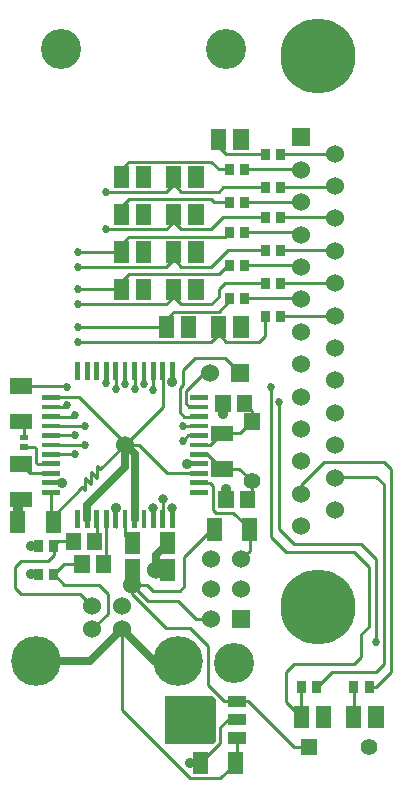
<source format=gbr>
G04 start of page 2 for group 0 idx 0 *
G04 Title: (unknown), top *
G04 Creator: pcb 1.99z *
G04 CreationDate: Wed 16 Oct 2013 05:43:19 AM GMT UTC *
G04 For: commonadmin *
G04 Format: Gerber/RS-274X *
G04 PCB-Dimensions: 200000 300000 *
G04 PCB-Coordinate-Origin: lower left *
%MOIN*%
%FSLAX25Y25*%
%LNTOP*%
%ADD38C,0.0280*%
%ADD37C,0.0905*%
%ADD36C,0.0380*%
%ADD35C,0.1250*%
%ADD34C,0.0300*%
%ADD33C,0.0160*%
%ADD32C,0.0350*%
%ADD31C,0.0200*%
%ADD30C,0.1181*%
%ADD29C,0.0130*%
%ADD28C,0.0320*%
%ADD27C,0.0360*%
%ADD26C,0.1339*%
%ADD25C,0.0270*%
%ADD24R,0.0197X0.0197*%
%ADD23R,0.0157X0.0157*%
%ADD22R,0.0610X0.0610*%
%ADD21R,0.0370X0.0370*%
%ADD20R,0.0512X0.0512*%
%ADD19R,0.0510X0.0510*%
%ADD18R,0.0295X0.0295*%
%ADD17C,0.1660*%
%ADD16C,0.2500*%
%ADD15C,0.0600*%
%ADD14C,0.0550*%
%ADD13C,0.0250*%
%ADD12C,0.0100*%
%ADD11C,0.0001*%
G54D11*G36*
X70500Y52000D02*X70426D01*
X70471Y52053D01*
X70500Y52000D01*
G37*
G36*
X70579Y51000D02*X66300D01*
Y51557D01*
X69585Y51564D01*
X69815Y51619D01*
X70033Y51709D01*
X70234Y51833D01*
X70414Y51986D01*
X70567Y52166D01*
X70691Y52367D01*
X70781Y52585D01*
X70836Y52815D01*
X70850Y53050D01*
X70836Y65385D01*
X70781Y65615D01*
X70691Y65833D01*
X70567Y66034D01*
X70414Y66214D01*
X70234Y66367D01*
X70033Y66491D01*
X69815Y66581D01*
X69585Y66636D01*
X69350Y66650D01*
X66300Y66643D01*
Y67000D01*
X70379D01*
X71500Y65879D01*
Y56559D01*
X71495Y56500D01*
X71500Y56441D01*
Y51921D01*
X70579Y51000D01*
G37*
G36*
X66300D02*X54500D01*
Y67000D01*
X66300D01*
Y66643D01*
X63015Y66636D01*
X62785Y66581D01*
X62567Y66491D01*
X62366Y66367D01*
X62186Y66214D01*
X62033Y66034D01*
X61909Y65833D01*
X61819Y65615D01*
X61764Y65385D01*
X61750Y65150D01*
X61764Y52815D01*
X61819Y52585D01*
X61909Y52367D01*
X62033Y52166D01*
X62186Y51986D01*
X62366Y51833D01*
X62567Y51709D01*
X62785Y51619D01*
X63015Y51564D01*
X63250Y51550D01*
X66300Y51557D01*
Y51000D01*
G37*
G54D12*X117500Y77500D02*X97500D01*
X120000Y80000D02*X117500Y77500D01*
X120000Y87500D02*Y80000D01*
X122500Y90000D02*X120000Y87500D01*
X117500Y60000D02*Y62500D01*
Y60000D02*Y70000D01*
X122500Y110000D02*Y90000D01*
X117500Y115000D02*X122500Y110000D01*
X95000Y115000D02*X117500D01*
X120000Y117500D02*X97500D01*
X125000Y112500D02*X120000Y117500D01*
X125000Y85000D02*Y112500D01*
X130000Y75000D02*Y142500D01*
X127500Y77500D02*Y137500D01*
Y77500D02*X125000Y75000D01*
X110118D01*
X125000Y70000D02*X130000Y75000D01*
X122618Y70000D02*X125000D01*
X95000Y65000D02*Y75000D01*
X100000Y60000D02*X95000Y65000D01*
X97500Y50000D02*X82300Y65200D01*
X102500Y50000D02*X97500D01*
X100000Y70000D02*Y60000D01*
X74300Y65200D02*X78500D01*
X77700D02*X82300D01*
X75600Y59100D02*X78500D01*
X75600D02*X73000Y56500D01*
Y51300D01*
X78500Y53000D02*Y44990D01*
G54D13*X70000Y65500D02*Y52500D01*
G54D12*X73000Y51300D02*X66300Y44600D01*
X40000Y215000D02*X25500D01*
X40000Y202500D02*X25500D01*
X40000Y215000D02*Y217500D01*
Y202500D02*Y205000D01*
Y227500D02*Y230000D01*
X55000Y222500D02*X35000D01*
X57500Y225000D02*X55000Y222500D01*
X57500Y227500D02*Y225000D01*
X60000Y222500D01*
X57500Y212500D02*X60000Y210000D01*
X57500Y215000D02*Y212500D01*
X40000Y205000D02*X42500Y207500D01*
X70000Y232500D02*X42500D01*
X55000Y235000D02*X35000D01*
X57500Y237500D02*X55000Y235000D01*
X57500Y237500D02*X60000Y235000D01*
X40000Y230000D02*X42500Y232500D01*
X40000Y242500D02*X42500Y245000D01*
X40000Y240000D02*Y242500D01*
X57500Y240000D02*Y237500D01*
X71000Y231500D02*X70000Y232500D01*
X76000Y231500D02*X71000D01*
X88000Y226500D02*X74000D01*
X75000Y247500D02*X88000D01*
X72500Y250000D02*X75000Y247500D01*
X72500Y252500D02*Y250000D01*
X42500Y245000D02*X70000D01*
X72500Y242500D02*X70000Y245000D01*
X76000Y242500D02*X72500D01*
Y235000D02*X60000D01*
X74000Y236500D02*X72500Y235000D01*
X88000Y236500D02*X74000D01*
X92500Y122500D02*Y165000D01*
X90000Y120000D02*Y170000D01*
Y120000D02*X95000Y115000D01*
X97500Y117500D02*X92500Y122500D01*
X99900Y134400D02*Y137400D01*
X107500Y145000D02*X99900Y137400D01*
X127500Y145000D02*X107500D01*
X130000Y142500D02*X127500Y145000D01*
X111300Y140000D02*X111100Y139800D01*
X125000Y140000D02*X111300D01*
X127500Y137500D02*X125000Y140000D01*
X100500Y135000D02*X99900Y134400D01*
X82000Y163500D02*X81000Y164500D01*
X79500Y154500D02*X83500Y158500D01*
Y162000D02*Y158500D01*
Y162000D02*X81000Y164500D01*
X79310Y142690D02*X83500Y138500D01*
X38098Y126000D02*Y123402D01*
X41248Y126000D02*Y120442D01*
X43690Y118000D01*
X31799Y126000D02*Y119213D01*
X53800Y132700D02*Y126046D01*
X50700Y129700D02*Y126004D01*
X50696Y126000D01*
G54D13*X28649Y130649D02*X41248Y143248D01*
G54D12*X32000Y143500D02*Y139500D01*
Y143500D02*X33000Y142500D01*
X41217Y150717D02*X33000Y142500D01*
X27815Y150685D02*X28000Y150500D01*
X31799Y119213D02*X31086Y118500D01*
X21000Y104000D02*X32500D01*
X26300Y101000D02*X30300Y97000D01*
X34948Y126000D02*Y111948D01*
X34000Y111000D01*
X32500Y104000D02*X35500Y101000D01*
Y94400D01*
X18000Y108000D02*X17500Y107500D01*
X21000Y111000D02*X17500Y107500D01*
X21000Y104000D01*
X6500Y101000D02*X26300D01*
X10000Y107500D02*X12382D01*
X21000Y111000D02*X26914D01*
X19000Y118500D02*X24000D01*
X19000D02*X17500Y117000D01*
Y114000D01*
X53800Y126046D02*X53846Y126000D01*
X57000Y129700D02*Y126004D01*
X56996Y126000D01*
G54D13*X51500Y109000D02*X55500D01*
X51500Y114000D02*Y109000D01*
Y114000D02*X55500Y118000D01*
X43690Y109000D02*Y104190D01*
X44397Y147536D02*Y126000D01*
X41248Y150685D02*Y143248D01*
G54D12*X45815Y150685D02*X55264Y141236D01*
X17500Y114000D02*X15500Y112000D01*
X6500D02*X15500D01*
X6500D02*X4500Y110000D01*
X10000Y117000D02*X12382D01*
X4500Y110000D02*Y103000D01*
X6500Y101000D01*
X5500Y131500D02*Y125000D01*
Y131500D02*X6500Y132500D01*
X9573Y141237D02*X16563D01*
X9573D02*X6500Y144310D01*
X16563Y147536D02*X24464D01*
X12014Y144386D02*X16563D01*
X12014D02*X11400Y145000D01*
Y149500D02*Y145000D01*
X24464Y147536D02*X24500Y147500D01*
X16563Y150685D02*X27815D01*
X7500Y150000D02*X10900D01*
X11400Y149500D01*
X16563Y153835D02*X24335D01*
X24500Y154000D01*
X16563Y156985D02*X27985D01*
X28000Y157000D01*
X16563Y160134D02*X24134D01*
X24500Y160500D01*
X30300Y89200D02*X32700D01*
G54D13*X50800Y78500D02*X40100Y89200D01*
G54D12*X35500Y94400D02*X30300Y89200D01*
G54D13*X40100Y97100D02*Y97000D01*
X28649Y130649D02*Y126000D01*
G54D12*X32000Y139500D02*X30000Y141500D01*
Y137500D01*
X28000Y139500D01*
Y135500D01*
X27000Y136500D01*
X16563Y134937D02*Y125747D01*
X17310Y126810D02*X27000Y136500D01*
X16563Y125747D02*X17310Y125000D01*
Y126810D02*Y125000D01*
X55264Y141236D02*X65933D01*
Y138086D02*X68414D01*
X66500D02*X69414D01*
X70500Y137000D01*
X81000Y122500D02*X82810D01*
Y115310D01*
X80000Y112500D01*
X70190Y122500D02*X61000Y113310D01*
X83000Y133500D02*X82000Y132500D01*
X83500Y138500D02*Y134000D01*
X82000Y132500D01*
X75000Y136000D02*Y132586D01*
X74914Y132500D01*
X70500Y137000D02*Y129000D01*
X71500Y128000D01*
X70190Y122500D02*X71000D01*
X71500Y128000D02*X77310D01*
X82810Y122500D01*
X95000Y75000D02*X97500Y77500D01*
X110118Y75000D02*X105118Y70000D01*
X58600Y78500D02*X58900D01*
G54D13*X50800D02*X58500D01*
X11500D02*X29400D01*
X40100Y89200D01*
G54D12*X65000Y92500D02*X70000D01*
X69000Y83500D02*X63000Y89500D01*
X40100Y89200D02*Y68900D01*
X69000Y83500D02*Y70500D01*
X74300Y65200D01*
G54D13*X62500Y65500D02*X70000D01*
G54D12*X40100Y69100D02*Y62400D01*
G54D13*X43690Y104190D02*X43500Y104000D01*
G54D12*X61000Y113310D02*Y103500D01*
X65000Y92500D02*X59000Y98500D01*
X55000Y89500D02*X63000D01*
X43500Y104000D02*X48500D01*
X50500Y102000D01*
X49000Y98500D02*X43500Y104000D01*
Y101000D01*
X50500Y102000D02*X59500D01*
X61000Y103500D01*
X49000Y98500D02*X59000D01*
X55000Y89500D02*X43500Y101000D01*
X40100Y62400D02*X63000Y39500D01*
X73010D01*
X78500Y44990D01*
G54D13*X62500Y65500D02*Y52500D01*
X70000D01*
G54D12*X50697Y169103D02*X50700Y169100D01*
X50697Y175370D02*Y169103D01*
X47548Y171152D02*X47600Y171100D01*
X47548Y175370D02*Y171152D01*
X53847Y175370D02*Y163284D01*
X44398Y169302D02*X44400Y169300D01*
X38099Y169301D02*X38100Y169300D01*
X44398Y175370D02*Y169302D01*
X41248Y171152D02*X41300Y171100D01*
X34949Y171249D02*X34900Y171200D01*
X41248Y175370D02*Y171152D01*
X38099Y175370D02*Y169301D01*
X34949Y175370D02*Y171249D01*
X7500Y157500D02*Y153148D01*
Y157500D02*X6500Y158500D01*
X21690Y170310D02*X22000Y170000D01*
X6500Y170310D02*X21690D01*
X21284Y163284D02*X22000Y164000D01*
X16563Y163284D02*X21284D01*
X16630Y166500D02*X26000D01*
X16630D02*X16563Y166433D01*
X53847Y163284D02*X41248Y150685D01*
X41185D02*X45815D01*
G54D13*X44397Y147536D02*X41248Y150685D01*
G54D12*Y151252D02*Y150685D01*
Y151252D02*X26000Y166500D01*
X41000Y150933D02*X41248Y150685D01*
X77500Y174500D02*X79500D01*
X67500D02*X69500D01*
X59500Y169500D02*Y161500D01*
Y169500D02*X60500Y170500D01*
X61500Y168500D02*Y164500D01*
Y168500D02*X64500Y171500D01*
X60500Y175500D02*Y170500D01*
X67500Y174500D02*X64000Y171000D01*
X60500Y175500D02*X64500Y179500D01*
X74500D01*
X79500Y174500D01*
X65933Y150685D02*X69685D01*
X73500Y154500D01*
X79500D01*
X65933Y147535D02*X68655D01*
X73500Y142690D01*
X79310D01*
X79190D02*X79310D01*
X60867Y160133D02*X65933D01*
X62717Y163283D02*X65933D01*
X62717D02*X61500Y164500D01*
X62334Y153834D02*X60500Y152000D01*
X60867Y160133D02*X59500Y161500D01*
X62334Y153834D02*X65933D01*
X60516Y156984D02*X65933D01*
X60516D02*X60500Y157000D01*
X55000Y190000D02*X25500D01*
X70000Y185000D02*X25500D01*
X55000Y210000D02*X25500D01*
X55000Y197500D02*X25500D01*
X57500Y200000D02*X55000Y197500D01*
X57500Y212500D02*X55000Y210000D01*
X57500Y202500D02*Y200000D01*
X60000Y197500D01*
X55000Y192500D02*X57500Y195000D01*
X55000Y190000D02*Y192500D01*
X60000Y222500D02*X70000D01*
X74000Y226500D02*X70000Y222500D01*
X74500Y220000D02*X76000Y221500D01*
X42500Y220000D02*X74500D01*
X40000Y217500D02*X42500Y220000D01*
X70000Y210000D02*X60000D01*
X42500Y207500D02*X72500D01*
X75500Y210500D02*X72500Y207500D01*
X75500Y215500D02*X70000Y210000D01*
X88000Y215500D02*X75500D01*
X76000Y210500D02*X75500D01*
Y210000D02*X76000Y210500D01*
X74500Y204500D02*X72500Y202500D01*
X88000Y204500D02*X74500D01*
X72500Y200000D02*Y202500D01*
X70000Y197500D02*X72500Y200000D01*
X60000Y197500D02*X70000D01*
X57500Y195000D02*X72500D01*
X76000Y198500D02*X72500Y195000D01*
X76000Y199500D02*Y198500D01*
X72500Y187500D02*X70000Y185000D01*
X88000Y187000D02*Y193500D01*
X86000Y185000D02*X88000Y187000D01*
X75000Y185000D02*X86000D01*
X72500Y187500D02*X75000Y185000D01*
X72500Y190000D02*Y187500D01*
X110800Y193500D02*X111100Y193800D01*
X111000Y204500D02*X111100Y204600D01*
X111000Y215500D02*X111100Y215400D01*
X110600Y236500D02*X111100Y237000D01*
X110800Y247500D02*X111100Y247800D01*
X93118Y193500D02*X110800D01*
X99600Y199500D02*X99900Y199200D01*
X93118Y204500D02*X111000D01*
X99400Y210500D02*X99900Y210000D01*
X81118Y199500D02*X99600D01*
X81118Y210500D02*X99400D01*
X93118Y215500D02*X111000D01*
X99200Y221500D02*X99900Y220800D01*
X81118Y221500D02*X99200D01*
X81118Y242500D02*X99800D01*
X110800Y226500D02*X111100Y226200D01*
X93118Y226500D02*X110800D01*
X99800Y231500D02*X99900Y231600D01*
X81118Y231500D02*X99800D01*
X93118Y236500D02*X110600D01*
X93118Y247500D02*X110800D01*
X99800Y242500D02*X99900Y242400D01*
G54D11*G36*
X99750Y52750D02*Y47250D01*
X105250D01*
Y52750D01*
X99750D01*
G37*
G54D14*X122500Y50000D03*
G54D11*G36*
X96900Y256200D02*Y250200D01*
X102900D01*
Y256200D01*
X96900D01*
G37*
G54D15*X99900Y242400D03*
X111100Y247800D03*
Y237000D03*
G54D16*X105500Y280200D03*
G54D15*X99900Y199200D03*
Y188400D03*
Y231600D03*
Y220800D03*
Y210000D03*
X111100Y226200D03*
Y215400D03*
Y204600D03*
Y193800D03*
Y183000D03*
X99900Y177600D03*
G54D11*G36*
X76500Y177500D02*Y171500D01*
X82500D01*
Y177500D01*
X76500D01*
G37*
G54D15*X69500Y174500D03*
X99900Y166800D03*
Y156000D03*
Y145200D03*
Y134400D03*
Y123600D03*
X111100Y172200D03*
Y161400D03*
Y150600D03*
Y139800D03*
Y129000D03*
G54D11*G36*
X80750Y161250D02*Y155750D01*
X86250D01*
Y161250D01*
X80750D01*
G37*
G54D14*X83500Y138500D03*
G54D16*X105500Y96600D03*
G54D17*X58900Y78500D03*
G54D11*G36*
X77000Y95500D02*Y89500D01*
X83000D01*
Y95500D01*
X77000D01*
G37*
G54D15*X70000Y92500D03*
X80000Y102500D03*
X70000D03*
X40100Y89200D03*
X30300D03*
Y97000D03*
X40100D03*
G54D17*X11500Y78500D03*
G54D15*X80000Y112500D03*
X70000D03*
G54D18*X100000Y70492D02*Y69508D01*
G54D19*X100000Y61000D02*Y59000D01*
G54D18*X105118Y70492D02*Y69508D01*
G54D19*X107400Y61000D02*Y59000D01*
G54D18*X117500Y70492D02*Y69508D01*
X122618Y70492D02*Y69508D01*
G54D19*X117500Y61000D02*Y59000D01*
X124900Y61000D02*Y59000D01*
G54D20*X78110Y45781D02*Y43419D01*
X66300Y45781D02*Y43419D01*
G54D21*X77300Y53000D02*X79700D01*
X77300Y59100D02*X79700D01*
X77300Y65200D02*X79700D01*
G54D22*X66300Y62100D02*Y56100D01*
G54D23*X50696Y128213D02*Y123787D01*
X53846Y128213D02*Y123787D01*
G54D20*X55500Y119181D02*Y116819D01*
Y110181D02*Y107819D01*
G54D23*X56996Y128213D02*Y123787D01*
X63720Y134937D02*X68146D01*
G54D20*X71000Y123681D02*Y121319D01*
X82810Y123681D02*Y121319D01*
X74914Y132893D02*Y132107D01*
X82000Y132893D02*Y132107D01*
G54D23*X34948Y128213D02*Y123787D01*
X38098Y128213D02*Y123787D01*
X41248Y128213D02*Y123787D01*
X44397Y128213D02*Y123787D01*
X47547Y128213D02*Y123787D01*
G54D20*X43690Y119181D02*Y116819D01*
Y110181D02*Y107819D01*
G54D23*X25500Y128213D02*Y123787D01*
X28649Y128213D02*Y123787D01*
X31799Y128213D02*Y123787D01*
G54D20*X5319Y132500D02*X7681D01*
X5500Y126181D02*Y123819D01*
X17310Y126181D02*Y123819D01*
G54D18*X12382Y117492D02*Y116508D01*
X17500Y117492D02*Y116508D01*
G54D20*X24000Y118893D02*Y118107D01*
X31086Y118893D02*Y118107D01*
X26914Y111393D02*Y110607D01*
X34000Y111393D02*Y110607D01*
G54D18*X12382Y107992D02*Y107008D01*
X17500Y107992D02*Y107008D01*
G54D23*X63720Y138086D02*X68146D01*
X63720Y141236D02*X68146D01*
X63720Y144385D02*X68146D01*
X63720Y147535D02*X68146D01*
X63720Y150685D02*X68146D01*
X63720Y153834D02*X68146D01*
X63720Y156984D02*X68146D01*
X63720Y160133D02*X68146D01*
X63720Y163283D02*X68146D01*
X63720Y166433D02*X68146D01*
G54D20*X72319Y154500D02*X74681D01*
X72319Y142690D02*X74681D01*
X73914Y164893D02*Y164107D01*
X81000Y164893D02*Y164107D01*
G54D23*X56996Y177583D02*Y173157D01*
X53847Y177583D02*Y173157D01*
X50697Y177583D02*Y173157D01*
X47548Y177583D02*Y173157D01*
X44398Y177583D02*Y173157D01*
X41248Y177583D02*Y173157D01*
X38099Y177583D02*Y173157D01*
X34949Y177583D02*Y173157D01*
X31800Y177583D02*Y173157D01*
X28650Y177583D02*Y173157D01*
X25500Y177583D02*Y173157D01*
X14350Y166433D02*X18776D01*
G54D20*X5319Y170310D02*X7681D01*
G54D23*X14350Y163284D02*X18776D01*
X14350Y160134D02*X18776D01*
X14350Y156985D02*X18776D01*
G54D20*X5319Y158500D02*X7681D01*
G54D23*X14350Y153835D02*X18776D01*
X14350Y150685D02*X18776D01*
X14350Y147536D02*X18776D01*
X14350Y144386D02*X18776D01*
X14350Y141237D02*X18776D01*
G54D20*X5319Y144310D02*X7681D01*
G54D24*X7107Y150000D02*X7893D01*
X7107Y153148D02*X7893D01*
G54D23*X14350Y138087D02*X18776D01*
X14350Y134937D02*X18776D01*
G54D19*X40000Y216000D02*Y214000D01*
Y203500D02*Y201500D01*
Y241000D02*Y239000D01*
Y228500D02*Y226500D01*
X47400Y216000D02*Y214000D01*
Y203500D02*Y201500D01*
Y241000D02*Y239000D01*
Y228500D02*Y226500D01*
X57500Y216000D02*Y214000D01*
X64900Y216000D02*Y214000D01*
X57500Y241000D02*Y239000D01*
X64900Y241000D02*Y239000D01*
X57500Y228500D02*Y226500D01*
X64900Y228500D02*Y226500D01*
X57500Y203500D02*Y201500D01*
X64900Y203500D02*Y201500D01*
X55000Y191000D02*Y189000D01*
X62400Y191000D02*Y189000D01*
G54D18*X76000Y221992D02*Y221008D01*
Y210992D02*Y210008D01*
X81118Y221992D02*Y221008D01*
Y210992D02*Y210008D01*
G54D19*X72500Y191000D02*Y189000D01*
X79900Y191000D02*Y189000D01*
G54D18*X76000Y199992D02*Y199008D01*
X81118Y199992D02*Y199008D01*
X88000Y204992D02*Y204008D01*
X93118Y204992D02*Y204008D01*
X88000Y193992D02*Y193008D01*
X93118Y193992D02*Y193008D01*
G54D19*X72500Y253500D02*Y251500D01*
G54D18*X76000Y242992D02*Y242008D01*
X81118Y242992D02*Y242008D01*
X76000Y231992D02*Y231008D01*
X81118Y231992D02*Y231008D01*
G54D19*X79900Y253500D02*Y251500D01*
G54D18*X88000Y247992D02*Y247008D01*
X93118Y247992D02*Y247008D01*
X88000Y236992D02*Y236008D01*
X93118Y236992D02*Y236008D01*
X88000Y226992D02*Y226008D01*
X93118Y226992D02*Y226008D01*
X88000Y215992D02*Y215008D01*
X93118Y215992D02*Y215008D01*
G54D25*X25500Y215000D03*
X35000Y222500D03*
X25500Y210000D03*
G54D26*X20000Y282500D03*
G54D25*X79900Y252500D03*
G54D26*X75000Y282500D03*
G54D25*X40000Y227500D03*
X35000Y235000D03*
X40000Y240000D03*
X47400D03*
Y227500D03*
X72500Y252500D03*
X64900Y240000D03*
Y227500D03*
X47400Y215000D03*
X64900D03*
X50700Y169100D03*
X47600Y171100D03*
X44400Y169300D03*
X41300Y171100D03*
X38100Y169300D03*
X34900Y171200D03*
X25500Y202500D03*
Y197500D03*
Y190000D03*
Y185000D03*
X92500Y165000D03*
X90000Y170000D03*
X79900Y190000D03*
G54D27*X57000Y171500D03*
G54D25*X62400Y190000D03*
X64900Y202500D03*
X47400D03*
X22000Y170000D03*
Y164000D03*
X24500Y160500D03*
G54D15*X51500Y109000D03*
G54D27*X38100Y129800D03*
G54D28*X50700Y129700D03*
G54D15*X43500Y104000D03*
G54D27*X62000Y144400D03*
G54D15*X41248Y150685D03*
G54D27*X74000Y161000D03*
G54D25*X60500Y152000D03*
Y157000D03*
G54D28*X53800Y132700D03*
G54D27*X75000Y136000D03*
X10000Y107500D03*
Y117000D03*
X5500Y129400D03*
X20300Y138100D03*
G54D25*X28000Y157000D03*
X24500Y154000D03*
X28000Y150500D03*
X24500Y147500D03*
X125000Y85000D03*
X117500Y60000D03*
X100000D03*
X124900D03*
X107400D03*
G54D26*X77500Y78000D03*
G54D28*X57000Y129700D03*
G54D27*X63000Y44500D03*
G54D29*G54D30*G54D29*G54D30*G54D29*G54D31*G54D29*G54D32*G54D31*G54D33*G54D32*G54D31*G54D32*G54D31*G54D29*G54D33*G54D31*G54D29*G54D30*G54D33*G54D31*G54D34*G54D32*G54D35*G54D32*G54D36*G54D32*G54D34*G54D35*G54D37*G54D36*G54D38*G54D37*G54D36*M02*

</source>
